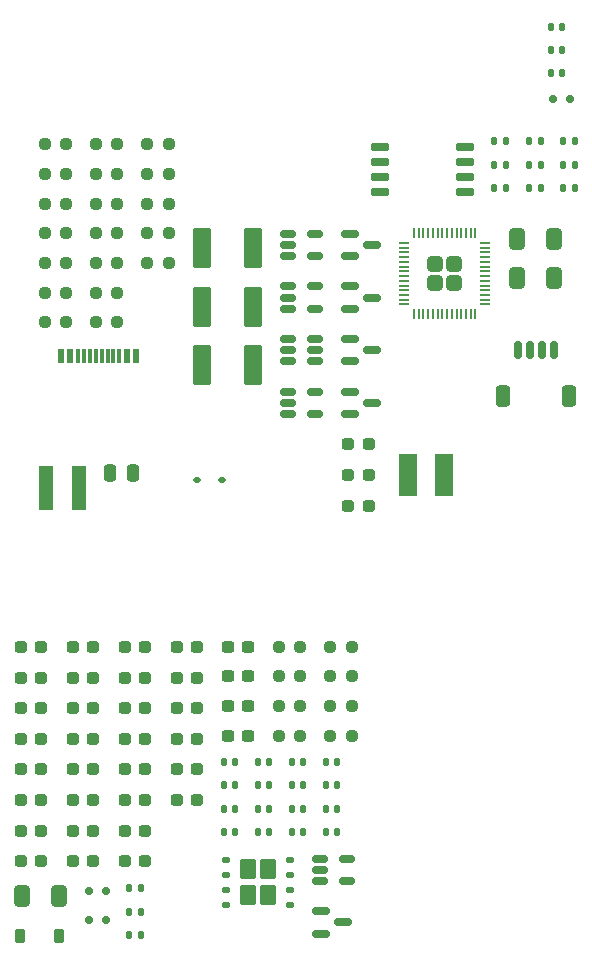
<source format=gbr>
%TF.GenerationSoftware,KiCad,Pcbnew,7.0.10*%
%TF.CreationDate,2024-02-05T23:17:36-06:00*%
%TF.ProjectId,B-Sides 2024,422d5369-6465-4732-9032-3032342e6b69,rev?*%
%TF.SameCoordinates,Original*%
%TF.FileFunction,Paste,Top*%
%TF.FilePolarity,Positive*%
%FSLAX46Y46*%
G04 Gerber Fmt 4.6, Leading zero omitted, Abs format (unit mm)*
G04 Created by KiCad (PCBNEW 7.0.10) date 2024-02-05 23:17:36*
%MOMM*%
%LPD*%
G01*
G04 APERTURE LIST*
G04 Aperture macros list*
%AMRoundRect*
0 Rectangle with rounded corners*
0 $1 Rounding radius*
0 $2 $3 $4 $5 $6 $7 $8 $9 X,Y pos of 4 corners*
0 Add a 4 corners polygon primitive as box body*
4,1,4,$2,$3,$4,$5,$6,$7,$8,$9,$2,$3,0*
0 Add four circle primitives for the rounded corners*
1,1,$1+$1,$2,$3*
1,1,$1+$1,$4,$5*
1,1,$1+$1,$6,$7*
1,1,$1+$1,$8,$9*
0 Add four rect primitives between the rounded corners*
20,1,$1+$1,$2,$3,$4,$5,0*
20,1,$1+$1,$4,$5,$6,$7,0*
20,1,$1+$1,$6,$7,$8,$9,0*
20,1,$1+$1,$8,$9,$2,$3,0*%
G04 Aperture macros list end*
%ADD10RoundRect,0.150000X-0.512500X-0.150000X0.512500X-0.150000X0.512500X0.150000X-0.512500X0.150000X0*%
%ADD11RoundRect,0.125000X-0.250000X-0.125000X0.250000X-0.125000X0.250000X0.125000X-0.250000X0.125000X0*%
%ADD12RoundRect,0.250000X-0.435000X-0.615000X0.435000X-0.615000X0.435000X0.615000X-0.435000X0.615000X0*%
%ADD13RoundRect,0.237500X-0.250000X-0.237500X0.250000X-0.237500X0.250000X0.237500X-0.250000X0.237500X0*%
%ADD14RoundRect,0.135000X-0.135000X-0.185000X0.135000X-0.185000X0.135000X0.185000X-0.135000X0.185000X0*%
%ADD15RoundRect,0.150000X-0.587500X-0.150000X0.587500X-0.150000X0.587500X0.150000X-0.587500X0.150000X0*%
%ADD16RoundRect,0.225000X-0.225000X-0.375000X0.225000X-0.375000X0.225000X0.375000X-0.225000X0.375000X0*%
%ADD17RoundRect,0.237500X-0.287500X-0.237500X0.287500X-0.237500X0.287500X0.237500X-0.287500X0.237500X0*%
%ADD18RoundRect,0.150000X0.150000X0.200000X-0.150000X0.200000X-0.150000X-0.200000X0.150000X-0.200000X0*%
%ADD19RoundRect,0.140000X-0.140000X-0.170000X0.140000X-0.170000X0.140000X0.170000X-0.140000X0.170000X0*%
%ADD20RoundRect,0.250000X-0.412500X-0.650000X0.412500X-0.650000X0.412500X0.650000X-0.412500X0.650000X0*%
%ADD21RoundRect,0.237500X-0.300000X-0.237500X0.300000X-0.237500X0.300000X0.237500X-0.300000X0.237500X0*%
%ADD22R,1.500000X3.600000*%
%ADD23RoundRect,0.150000X-0.150000X-0.625000X0.150000X-0.625000X0.150000X0.625000X-0.150000X0.625000X0*%
%ADD24RoundRect,0.250000X-0.350000X-0.650000X0.350000X-0.650000X0.350000X0.650000X-0.350000X0.650000X0*%
%ADD25RoundRect,0.250000X-0.537500X-1.450000X0.537500X-1.450000X0.537500X1.450000X-0.537500X1.450000X0*%
%ADD26RoundRect,0.249999X-0.395001X-0.395001X0.395001X-0.395001X0.395001X0.395001X-0.395001X0.395001X0*%
%ADD27RoundRect,0.050000X-0.387500X-0.050000X0.387500X-0.050000X0.387500X0.050000X-0.387500X0.050000X0*%
%ADD28RoundRect,0.050000X-0.050000X-0.387500X0.050000X-0.387500X0.050000X0.387500X-0.050000X0.387500X0*%
%ADD29R,1.200000X3.700000*%
%ADD30RoundRect,0.112500X-0.187500X-0.112500X0.187500X-0.112500X0.187500X0.112500X-0.187500X0.112500X0*%
%ADD31RoundRect,0.150000X-0.650000X-0.150000X0.650000X-0.150000X0.650000X0.150000X-0.650000X0.150000X0*%
%ADD32RoundRect,0.250000X-0.250000X-0.475000X0.250000X-0.475000X0.250000X0.475000X-0.250000X0.475000X0*%
%ADD33R,0.600000X1.150000*%
%ADD34R,0.300000X1.150000*%
G04 APERTURE END LIST*
D10*
%TO.C,U10*%
X110820000Y-114742000D03*
X110820000Y-116642000D03*
X108545000Y-116642000D03*
X108545000Y-115692000D03*
X108545000Y-114742000D03*
%TD*%
D11*
%TO.C,U9*%
X105962500Y-114837000D03*
X105962500Y-116107000D03*
X105962500Y-117377000D03*
X105962500Y-118647000D03*
X100562500Y-118647000D03*
X100562500Y-117377000D03*
X100562500Y-116107000D03*
X100562500Y-114837000D03*
D12*
X102412500Y-117817000D03*
X104112500Y-115667000D03*
X104112500Y-117817000D03*
X102412500Y-115667000D03*
%TD*%
D13*
%TO.C,R39*%
X111205000Y-104332000D03*
X109380000Y-104332000D03*
%TD*%
%TO.C,R38*%
X111205000Y-101822000D03*
X109380000Y-101822000D03*
%TD*%
D14*
%TO.C,R37*%
X93402500Y-121242000D03*
X92382500Y-121242000D03*
%TD*%
D13*
%TO.C,R36*%
X111205000Y-99312000D03*
X109380000Y-99312000D03*
%TD*%
%TO.C,R35*%
X111205000Y-96802000D03*
X109380000Y-96802000D03*
%TD*%
%TO.C,R34*%
X106855000Y-104332000D03*
X105030000Y-104332000D03*
%TD*%
%TO.C,R33*%
X106855000Y-101822000D03*
X105030000Y-101822000D03*
%TD*%
%TO.C,R32*%
X106855000Y-99312000D03*
X105030000Y-99312000D03*
%TD*%
%TO.C,R31*%
X106855000Y-96802000D03*
X105030000Y-96802000D03*
%TD*%
D14*
%TO.C,R30*%
X93402500Y-119252000D03*
X92382500Y-119252000D03*
%TD*%
%TO.C,R29*%
X93402500Y-117262000D03*
X92382500Y-117262000D03*
%TD*%
D15*
%TO.C,Q4*%
X110490000Y-120142000D03*
X108615000Y-121092000D03*
X108615000Y-119192000D03*
%TD*%
D16*
%TO.C,D48*%
X86407500Y-121292000D03*
X83107500Y-121292000D03*
%TD*%
D17*
%TO.C,D38*%
X98117500Y-109792000D03*
X96367500Y-109792000D03*
%TD*%
%TO.C,D37*%
X98117500Y-107202000D03*
X96367500Y-107202000D03*
%TD*%
%TO.C,D36*%
X98117500Y-104612000D03*
X96367500Y-104612000D03*
%TD*%
%TO.C,D35*%
X98117500Y-102022000D03*
X96367500Y-102022000D03*
%TD*%
%TO.C,D34*%
X98117500Y-99432000D03*
X96367500Y-99432000D03*
%TD*%
%TO.C,D33*%
X98117500Y-96842000D03*
X96367500Y-96842000D03*
%TD*%
%TO.C,D32*%
X93722500Y-114972000D03*
X91972500Y-114972000D03*
%TD*%
%TO.C,D31*%
X93722500Y-112382000D03*
X91972500Y-112382000D03*
%TD*%
%TO.C,D30*%
X93722500Y-109792000D03*
X91972500Y-109792000D03*
%TD*%
%TO.C,D29*%
X93722500Y-107202000D03*
X91972500Y-107202000D03*
%TD*%
%TO.C,D28*%
X93722500Y-104612000D03*
X91972500Y-104612000D03*
%TD*%
%TO.C,D27*%
X93722500Y-102022000D03*
X91972500Y-102022000D03*
%TD*%
%TO.C,D26*%
X93722500Y-99432000D03*
X91972500Y-99432000D03*
%TD*%
%TO.C,D25*%
X93722500Y-96842000D03*
X91972500Y-96842000D03*
%TD*%
%TO.C,D24*%
X89327500Y-114972000D03*
X87577500Y-114972000D03*
%TD*%
%TO.C,D23*%
X89327500Y-112382000D03*
X87577500Y-112382000D03*
%TD*%
%TO.C,D22*%
X89327500Y-109792000D03*
X87577500Y-109792000D03*
%TD*%
%TO.C,D21*%
X89327500Y-107202000D03*
X87577500Y-107202000D03*
%TD*%
%TO.C,D20*%
X89327500Y-104612000D03*
X87577500Y-104612000D03*
%TD*%
%TO.C,D19*%
X89327500Y-102022000D03*
X87577500Y-102022000D03*
%TD*%
%TO.C,D18*%
X89327500Y-99432000D03*
X87577500Y-99432000D03*
%TD*%
%TO.C,D17*%
X89327500Y-96842000D03*
X87577500Y-96842000D03*
%TD*%
%TO.C,D16*%
X84932500Y-114972000D03*
X83182500Y-114972000D03*
%TD*%
%TO.C,D15*%
X84932500Y-112382000D03*
X83182500Y-112382000D03*
%TD*%
%TO.C,D14*%
X84932500Y-109792000D03*
X83182500Y-109792000D03*
%TD*%
%TO.C,D13*%
X84932500Y-107202000D03*
X83182500Y-107202000D03*
%TD*%
%TO.C,D12*%
X84932500Y-104612000D03*
X83182500Y-104612000D03*
%TD*%
%TO.C,D11*%
X84932500Y-102022000D03*
X83182500Y-102022000D03*
%TD*%
%TO.C,D10*%
X84932500Y-99432000D03*
X83182500Y-99432000D03*
%TD*%
%TO.C,D9*%
X84932500Y-96842000D03*
X83182500Y-96842000D03*
%TD*%
D18*
%TO.C,D6*%
X90367500Y-119942000D03*
X88967500Y-119942000D03*
%TD*%
%TO.C,D1*%
X90367500Y-117492000D03*
X88967500Y-117492000D03*
%TD*%
D19*
%TO.C,C53*%
X109942500Y-112482000D03*
X108982500Y-112482000D03*
%TD*%
%TO.C,C52*%
X109942500Y-110512000D03*
X108982500Y-110512000D03*
%TD*%
%TO.C,C51*%
X109942500Y-108542000D03*
X108982500Y-108542000D03*
%TD*%
%TO.C,C50*%
X109942500Y-106572000D03*
X108982500Y-106572000D03*
%TD*%
%TO.C,C49*%
X107072500Y-112482000D03*
X106112500Y-112482000D03*
%TD*%
%TO.C,C48*%
X107072500Y-110512000D03*
X106112500Y-110512000D03*
%TD*%
%TO.C,C47*%
X107072500Y-108542000D03*
X106112500Y-108542000D03*
%TD*%
%TO.C,C46*%
X107072500Y-106572000D03*
X106112500Y-106572000D03*
%TD*%
%TO.C,C45*%
X104202500Y-112482000D03*
X103242500Y-112482000D03*
%TD*%
%TO.C,C44*%
X104202500Y-110512000D03*
X103242500Y-110512000D03*
%TD*%
%TO.C,C43*%
X104202500Y-108542000D03*
X103242500Y-108542000D03*
%TD*%
%TO.C,C42*%
X104202500Y-106572000D03*
X103242500Y-106572000D03*
%TD*%
%TO.C,C41*%
X101332500Y-112482000D03*
X100372500Y-112482000D03*
%TD*%
%TO.C,C40*%
X101332500Y-110512000D03*
X100372500Y-110512000D03*
%TD*%
D20*
%TO.C,C16*%
X86405000Y-117942000D03*
X83280000Y-117942000D03*
%TD*%
D21*
%TO.C,C15*%
X102455000Y-104332000D03*
X100730000Y-104332000D03*
%TD*%
%TO.C,C14*%
X102455000Y-101822000D03*
X100730000Y-101822000D03*
%TD*%
%TO.C,C13*%
X102455000Y-99312000D03*
X100730000Y-99312000D03*
%TD*%
%TO.C,C12*%
X102455000Y-96802000D03*
X100730000Y-96802000D03*
%TD*%
D19*
%TO.C,C11*%
X101332500Y-108542000D03*
X100372500Y-108542000D03*
%TD*%
%TO.C,C10*%
X101332500Y-106572000D03*
X100372500Y-106572000D03*
%TD*%
D22*
%TO.C,L1*%
X115960000Y-82296000D03*
X119010000Y-82296000D03*
%TD*%
D13*
%TO.C,R4*%
X85192500Y-61816000D03*
X87017500Y-61816000D03*
%TD*%
D23*
%TO.C,J1*%
X125305000Y-71676000D03*
X126305000Y-71676000D03*
X127305000Y-71676000D03*
X128305000Y-71676000D03*
D24*
X124005000Y-75551000D03*
X129605000Y-75551000D03*
%TD*%
D15*
%TO.C,D7*%
X111047500Y-61856000D03*
X111047500Y-63756000D03*
X112922500Y-62806000D03*
%TD*%
D19*
%TO.C,C7*%
X128085000Y-46286000D03*
X129045000Y-46286000D03*
%TD*%
D10*
%TO.C,U4*%
X105827500Y-61856000D03*
X105827500Y-62806000D03*
X105827500Y-63756000D03*
X108102500Y-63756000D03*
X108102500Y-61856000D03*
%TD*%
D13*
%TO.C,R13*%
X89542500Y-66836000D03*
X91367500Y-66836000D03*
%TD*%
D20*
%TO.C,C8*%
X125162500Y-65606000D03*
X128287500Y-65606000D03*
%TD*%
D13*
%TO.C,R17*%
X93892500Y-59306000D03*
X95717500Y-59306000D03*
%TD*%
D25*
%TO.C,C2*%
X98547500Y-68006000D03*
X102822500Y-68006000D03*
%TD*%
D15*
%TO.C,U2*%
X111047500Y-75206000D03*
X111047500Y-77106000D03*
X112922500Y-76156000D03*
%TD*%
D14*
%TO.C,R20*%
X123275000Y-58006000D03*
X124295000Y-58006000D03*
%TD*%
D15*
%TO.C,Q3*%
X111047500Y-70756000D03*
X111047500Y-72656000D03*
X112922500Y-71706000D03*
%TD*%
D13*
%TO.C,R8*%
X89542500Y-54286000D03*
X91367500Y-54286000D03*
%TD*%
D10*
%TO.C,U6*%
X105827500Y-70756000D03*
X105827500Y-71706000D03*
X105827500Y-72656000D03*
X108102500Y-72656000D03*
X108102500Y-71706000D03*
X108102500Y-70756000D03*
%TD*%
D17*
%TO.C,D2*%
X110885000Y-79676000D03*
X112635000Y-79676000D03*
%TD*%
D13*
%TO.C,R27*%
X93892500Y-61816000D03*
X95717500Y-61816000D03*
%TD*%
%TO.C,R9*%
X89542500Y-56796000D03*
X91367500Y-56796000D03*
%TD*%
D26*
%TO.C,U3*%
X118275000Y-64426000D03*
X118275000Y-66026000D03*
X119875000Y-64426000D03*
X119875000Y-66026000D03*
D27*
X115637500Y-62626000D03*
X115637500Y-63026000D03*
X115637500Y-63426000D03*
X115637500Y-63826000D03*
X115637500Y-64226000D03*
X115637500Y-64626000D03*
X115637500Y-65026000D03*
X115637500Y-65426000D03*
X115637500Y-65826000D03*
X115637500Y-66226000D03*
X115637500Y-66626000D03*
X115637500Y-67026000D03*
X115637500Y-67426000D03*
X115637500Y-67826000D03*
D28*
X116475000Y-68663500D03*
X116875000Y-68663500D03*
X117275000Y-68663500D03*
X117675000Y-68663500D03*
X118075000Y-68663500D03*
X118475000Y-68663500D03*
X118875000Y-68663500D03*
X119275000Y-68663500D03*
X119675000Y-68663500D03*
X120075000Y-68663500D03*
X120475000Y-68663500D03*
X120875000Y-68663500D03*
X121275000Y-68663500D03*
X121675000Y-68663500D03*
D27*
X122512500Y-67826000D03*
X122512500Y-67426000D03*
X122512500Y-67026000D03*
X122512500Y-66626000D03*
X122512500Y-66226000D03*
X122512500Y-65826000D03*
X122512500Y-65426000D03*
X122512500Y-65026000D03*
X122512500Y-64626000D03*
X122512500Y-64226000D03*
X122512500Y-63826000D03*
X122512500Y-63426000D03*
X122512500Y-63026000D03*
X122512500Y-62626000D03*
D28*
X121675000Y-61788500D03*
X121275000Y-61788500D03*
X120875000Y-61788500D03*
X120475000Y-61788500D03*
X120075000Y-61788500D03*
X119675000Y-61788500D03*
X119275000Y-61788500D03*
X118875000Y-61788500D03*
X118475000Y-61788500D03*
X118075000Y-61788500D03*
X117675000Y-61788500D03*
X117275000Y-61788500D03*
X116875000Y-61788500D03*
X116475000Y-61788500D03*
%TD*%
D13*
%TO.C,R6*%
X85192500Y-66836000D03*
X87017500Y-66836000D03*
%TD*%
D20*
%TO.C,C5*%
X125162500Y-62256000D03*
X128287500Y-62256000D03*
%TD*%
D13*
%TO.C,R10*%
X89542500Y-59306000D03*
X91367500Y-59306000D03*
%TD*%
D14*
%TO.C,R25*%
X129095000Y-56016000D03*
X130115000Y-56016000D03*
%TD*%
%TO.C,R22*%
X126185000Y-56016000D03*
X127205000Y-56016000D03*
%TD*%
%TO.C,R26*%
X129095000Y-58006000D03*
X130115000Y-58006000D03*
%TD*%
D17*
%TO.C,D4*%
X110885000Y-84856000D03*
X112635000Y-84856000D03*
%TD*%
D15*
%TO.C,Q2*%
X111047500Y-66306000D03*
X111047500Y-68206000D03*
X112922500Y-67256000D03*
%TD*%
D13*
%TO.C,R28*%
X93892500Y-64326000D03*
X95717500Y-64326000D03*
%TD*%
D19*
%TO.C,C9*%
X128085000Y-48256000D03*
X129045000Y-48256000D03*
%TD*%
D17*
%TO.C,D3*%
X110885000Y-82266000D03*
X112635000Y-82266000D03*
%TD*%
D13*
%TO.C,R12*%
X89542500Y-64326000D03*
X91367500Y-64326000D03*
%TD*%
D19*
%TO.C,C6*%
X128085000Y-44316000D03*
X129045000Y-44316000D03*
%TD*%
D10*
%TO.C,U5*%
X105827500Y-66306000D03*
X105827500Y-67256000D03*
X105827500Y-68206000D03*
X108102500Y-68206000D03*
X108102500Y-66306000D03*
%TD*%
D18*
%TO.C,D5*%
X128250000Y-50466000D03*
X129650000Y-50466000D03*
%TD*%
D29*
%TO.C,L2*%
X85305000Y-83366000D03*
X88105000Y-83366000D03*
%TD*%
D13*
%TO.C,R5*%
X85192500Y-64326000D03*
X87017500Y-64326000D03*
%TD*%
%TO.C,R1*%
X85192500Y-54286000D03*
X87017500Y-54286000D03*
%TD*%
D30*
%TO.C,D8*%
X98100000Y-82696000D03*
X100200000Y-82696000D03*
%TD*%
D13*
%TO.C,R16*%
X93892500Y-56796000D03*
X95717500Y-56796000D03*
%TD*%
%TO.C,R2*%
X85192500Y-56796000D03*
X87017500Y-56796000D03*
%TD*%
D14*
%TO.C,R18*%
X123275000Y-54026000D03*
X124295000Y-54026000D03*
%TD*%
D31*
%TO.C,U8*%
X113555000Y-54511000D03*
X113555000Y-55781000D03*
X113555000Y-57051000D03*
X113555000Y-58321000D03*
X120755000Y-58321000D03*
X120755000Y-57051000D03*
X120755000Y-55781000D03*
X120755000Y-54511000D03*
%TD*%
D25*
%TO.C,C1*%
X98547500Y-63056000D03*
X102822500Y-63056000D03*
%TD*%
D13*
%TO.C,R11*%
X89542500Y-61816000D03*
X91367500Y-61816000D03*
%TD*%
D10*
%TO.C,U7*%
X105827500Y-75206000D03*
X105827500Y-76156000D03*
X105827500Y-77106000D03*
X108102500Y-77106000D03*
X108102500Y-75206000D03*
%TD*%
D13*
%TO.C,R3*%
X85192500Y-59306000D03*
X87017500Y-59306000D03*
%TD*%
D14*
%TO.C,R23*%
X126185000Y-58006000D03*
X127205000Y-58006000D03*
%TD*%
D13*
%TO.C,R15*%
X93892500Y-54286000D03*
X95717500Y-54286000D03*
%TD*%
D14*
%TO.C,R19*%
X123275000Y-56016000D03*
X124295000Y-56016000D03*
%TD*%
D13*
%TO.C,R7*%
X85192500Y-69346000D03*
X87017500Y-69346000D03*
%TD*%
D25*
%TO.C,C3*%
X98547500Y-72956000D03*
X102822500Y-72956000D03*
%TD*%
D32*
%TO.C,C4*%
X90755000Y-82096000D03*
X92655000Y-82096000D03*
%TD*%
D14*
%TO.C,R21*%
X126185000Y-54026000D03*
X127205000Y-54026000D03*
%TD*%
D33*
%TO.C,J9*%
X86575000Y-72206000D03*
X87375000Y-72206000D03*
D34*
X88525000Y-72206000D03*
X89525000Y-72206000D03*
X90025000Y-72206000D03*
X91025000Y-72206000D03*
D33*
X92175000Y-72206000D03*
X92975000Y-72206000D03*
X92975000Y-72206000D03*
X92175000Y-72206000D03*
D34*
X91525000Y-72206000D03*
X90525000Y-72206000D03*
X89025000Y-72206000D03*
X88025000Y-72206000D03*
D33*
X87375000Y-72206000D03*
X86575000Y-72206000D03*
%TD*%
D14*
%TO.C,R24*%
X129095000Y-54026000D03*
X130115000Y-54026000D03*
%TD*%
D13*
%TO.C,R14*%
X89542500Y-69346000D03*
X91367500Y-69346000D03*
%TD*%
M02*

</source>
